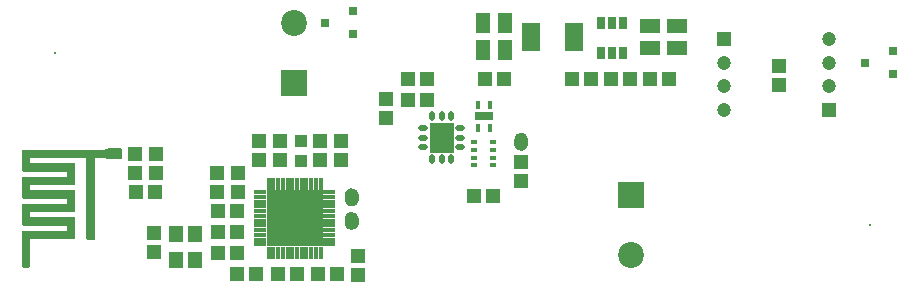
<source format=gts>
G04*
G04 #@! TF.GenerationSoftware,Altium Limited,Altium Designer,24.7.2 (38)*
G04*
G04 Layer_Color=8388736*
%FSLAX44Y44*%
%MOMM*%
G71*
G04*
G04 #@! TF.SameCoordinates,5F2224E1-EEEE-49E5-A837-5A6DF9339696*
G04*
G04*
G04 #@! TF.FilePolarity,Negative*
G04*
G01*
G75*
%ADD16R,0.5000X0.3500*%
%ADD21R,1.0000X0.2540*%
G04:AMPARAMS|DCode=22|XSize=1.1mm|YSize=0.6mm|CornerRadius=0.051mm|HoleSize=0mm|Usage=FLASHONLY|Rotation=90.000|XOffset=0mm|YOffset=0mm|HoleType=Round|Shape=RoundedRectangle|*
%AMROUNDEDRECTD22*
21,1,1.1000,0.4980,0,0,90.0*
21,1,0.9980,0.6000,0,0,90.0*
1,1,0.1020,0.2490,0.4990*
1,1,0.1020,0.2490,-0.4990*
1,1,0.1020,-0.2490,-0.4990*
1,1,0.1020,-0.2490,0.4990*
%
%ADD22ROUNDEDRECTD22*%
%ADD26R,0.8000X0.8000*%
%ADD27R,1.1500X1.4000*%
%ADD29R,1.0000X1.0000*%
%ADD32R,1.5000X2.4000*%
%ADD34C,0.6096*%
%ADD35C,0.1500*%
%ADD36R,0.3500X0.6500*%
%ADD37R,0.3500X0.6500*%
%ADD38R,0.3500X0.6500*%
%ADD39R,1.2032X1.2532*%
%ADD40R,1.2532X1.2032*%
%ADD41O,0.8532X0.5032*%
%ADD42O,0.5032X0.8532*%
%ADD43R,2.0032X2.5032*%
%ADD44R,1.6000X0.7000*%
%ADD45O,1.0532X0.4032*%
%ADD46O,0.4032X1.0532*%
%ADD47R,4.8032X4.8032*%
%ADD48R,1.2032X1.1532*%
%ADD49R,1.1532X1.2032*%
%ADD50R,1.7032X1.3032*%
%ADD51R,1.3032X1.7032*%
%ADD52R,2.1982X2.1982*%
%ADD53C,2.1982*%
%ADD54C,0.2032*%
%ADD55R,1.2000X1.2000*%
%ADD56C,1.2000*%
G36*
X1429841Y1133702D02*
X1429875Y1133702D01*
X1429907Y1133697D01*
X1429941Y1133694D01*
X1430633Y1133590D01*
X1430666Y1133582D01*
X1430699Y1133577D01*
X1430731Y1133568D01*
X1430763Y1133561D01*
X1430795Y1133550D01*
X1430827Y1133541D01*
X1431486Y1133303D01*
X1431516Y1133290D01*
X1431548Y1133279D01*
X1431577Y1133263D01*
X1431608Y1133250D01*
X1431636Y1133233D01*
X1431666Y1133217D01*
X1432265Y1132856D01*
X1432293Y1132837D01*
X1432321Y1132820D01*
X1432348Y1132799D01*
X1432375Y1132780D01*
X1432400Y1132757D01*
X1432426Y1132737D01*
X1432943Y1132265D01*
X1432966Y1132241D01*
X1432991Y1132219D01*
X1433013Y1132193D01*
X1433036Y1132169D01*
X1433055Y1132142D01*
X1433077Y1132117D01*
X1433493Y1131553D01*
X1433511Y1131525D01*
X1433530Y1131498D01*
X1433546Y1131470D01*
X1433565Y1131441D01*
X1433579Y1131411D01*
X1433595Y1131382D01*
X1433893Y1130748D01*
X1433905Y1130717D01*
X1433919Y1130687D01*
X1433929Y1130655D01*
X1433941Y1130624D01*
X1433949Y1130592D01*
X1433959Y1130560D01*
X1434044Y1130220D01*
X1434054Y1130165D01*
X1434065Y1130108D01*
X1434065Y1130105D01*
X1434066Y1130102D01*
X1434066Y1130096D01*
X1434067Y1130089D01*
X1434070Y1130032D01*
X1434073Y1129976D01*
Y1129976D01*
X1434073Y1129972D01*
X1434073Y1129969D01*
X1434073Y1129963D01*
X1434073Y1129956D01*
X1434068Y1129899D01*
X1434065Y1129843D01*
X1434064Y1129839D01*
X1434064Y1129836D01*
X1434063Y1129830D01*
X1434062Y1129824D01*
X1434050Y1129768D01*
X1434039Y1129712D01*
X1434038Y1129709D01*
X1434037Y1129706D01*
X1434035Y1129700D01*
X1434034Y1129693D01*
X1434014Y1129640D01*
X1433996Y1129586D01*
X1433994Y1129583D01*
X1433994Y1129580D01*
X1433991Y1129574D01*
X1433988Y1129568D01*
X1433962Y1129517D01*
X1433937Y1129466D01*
X1433935Y1129464D01*
X1433934Y1129461D01*
X1433930Y1129456D01*
X1433927Y1129450D01*
X1433894Y1129402D01*
X1433863Y1129356D01*
X1433861Y1129353D01*
X1433859Y1129351D01*
X1433855Y1129346D01*
X1433851Y1129341D01*
X1433813Y1129298D01*
X1433775Y1129256D01*
X1433773Y1129253D01*
X1433771Y1129251D01*
X1433766Y1129247D01*
X1433762Y1129242D01*
X1433718Y1129205D01*
X1433675Y1129168D01*
X1433672Y1129166D01*
X1433670Y1129164D01*
X1433429Y1128981D01*
X1433401Y1128963D01*
X1433374Y1128943D01*
X1433345Y1128926D01*
X1433318Y1128908D01*
X1433288Y1128893D01*
X1433259Y1128877D01*
X1432714Y1128612D01*
X1432683Y1128600D01*
X1432653Y1128585D01*
X1432621Y1128575D01*
X1432591Y1128562D01*
X1432559Y1128554D01*
X1432527Y1128543D01*
X1431941Y1128390D01*
X1431908Y1128384D01*
X1431876Y1128375D01*
X1431843Y1128371D01*
X1431810Y1128365D01*
X1431777Y1128363D01*
X1431744Y1128359D01*
X1431140Y1128323D01*
X1431106Y1128323D01*
X1431073Y1128322D01*
X1431040Y1128324D01*
X1431006Y1128324D01*
X1430973Y1128329D01*
X1430940Y1128331D01*
X1430341Y1128414D01*
X1430308Y1128421D01*
X1430275Y1128425D01*
X1430243Y1128434D01*
X1430210Y1128441D01*
X1430178Y1128452D01*
X1430146Y1128460D01*
X1429574Y1128659D01*
X1429544Y1128672D01*
X1429512Y1128682D01*
X1429482Y1128697D01*
X1429452Y1128710D01*
X1429423Y1128727D01*
X1429393Y1128742D01*
X1428871Y1129048D01*
X1428843Y1129067D01*
X1428814Y1129084D01*
X1428788Y1129104D01*
X1428761Y1129123D01*
X1428750Y1129132D01*
X1428740Y1129123D01*
X1428712Y1129104D01*
X1428686Y1129084D01*
X1428657Y1129067D01*
X1428629Y1129048D01*
X1428107Y1128742D01*
X1428077Y1128727D01*
X1428049Y1128710D01*
X1428018Y1128698D01*
X1427988Y1128682D01*
X1427956Y1128671D01*
X1427926Y1128659D01*
X1427354Y1128460D01*
X1427322Y1128452D01*
X1427290Y1128441D01*
X1427257Y1128434D01*
X1427225Y1128425D01*
X1427192Y1128421D01*
X1427160Y1128414D01*
X1426560Y1128331D01*
X1426527Y1128329D01*
X1426494Y1128324D01*
X1426460Y1128324D01*
X1426427Y1128322D01*
X1426394Y1128323D01*
X1426361Y1128323D01*
X1425756Y1128359D01*
X1425723Y1128363D01*
X1425690Y1128365D01*
X1425657Y1128371D01*
X1425624Y1128376D01*
X1425592Y1128384D01*
X1425559Y1128390D01*
X1424973Y1128543D01*
X1424942Y1128554D01*
X1424909Y1128562D01*
X1424879Y1128575D01*
X1424847Y1128585D01*
X1424817Y1128600D01*
X1424786Y1128612D01*
X1424241Y1128877D01*
X1424212Y1128893D01*
X1424182Y1128908D01*
X1424155Y1128926D01*
X1424126Y1128943D01*
X1424099Y1128963D01*
X1424071Y1128981D01*
X1423830Y1129164D01*
X1423828Y1129166D01*
X1423825Y1129168D01*
X1423782Y1129205D01*
X1423738Y1129242D01*
X1423734Y1129247D01*
X1423729Y1129251D01*
X1423728Y1129253D01*
X1423725Y1129256D01*
X1423687Y1129298D01*
X1423649Y1129341D01*
X1423645Y1129346D01*
X1423641Y1129351D01*
X1423639Y1129353D01*
X1423637Y1129356D01*
X1423605Y1129403D01*
X1423573Y1129450D01*
X1423569Y1129456D01*
X1423566Y1129461D01*
X1423565Y1129463D01*
X1423563Y1129466D01*
X1423537Y1129518D01*
X1423512Y1129568D01*
X1423509Y1129575D01*
X1423507Y1129580D01*
X1423506Y1129582D01*
X1423504Y1129586D01*
X1423486Y1129640D01*
X1423466Y1129694D01*
X1423465Y1129700D01*
X1423463Y1129706D01*
X1423462Y1129708D01*
X1423461Y1129712D01*
X1423450Y1129767D01*
X1423438Y1129824D01*
X1423437Y1129831D01*
X1423436Y1129836D01*
X1423436Y1129839D01*
X1423435Y1129843D01*
X1423432Y1129899D01*
X1423427Y1129956D01*
X1423427Y1129963D01*
X1423427Y1129969D01*
X1423427Y1129972D01*
X1423427Y1129976D01*
X1423430Y1130033D01*
X1423433Y1130089D01*
X1423434Y1130096D01*
X1423434Y1130102D01*
X1423435Y1130105D01*
X1423435Y1130108D01*
X1423446Y1130165D01*
X1423456Y1130220D01*
X1423541Y1130560D01*
X1423551Y1130592D01*
X1423559Y1130624D01*
X1423571Y1130655D01*
X1423581Y1130687D01*
X1423595Y1130717D01*
X1423607Y1130748D01*
X1423905Y1131382D01*
X1423921Y1131411D01*
X1423936Y1131441D01*
X1423954Y1131469D01*
X1423970Y1131499D01*
X1423990Y1131525D01*
X1424008Y1131553D01*
X1424423Y1132117D01*
X1424445Y1132142D01*
X1424465Y1132169D01*
X1424488Y1132193D01*
X1424509Y1132219D01*
X1424534Y1132241D01*
X1424557Y1132265D01*
X1425075Y1132737D01*
X1425101Y1132757D01*
X1425125Y1132780D01*
X1425153Y1132799D01*
X1425179Y1132820D01*
X1425207Y1132837D01*
X1425235Y1132856D01*
X1425834Y1133217D01*
X1425864Y1133232D01*
X1425892Y1133250D01*
X1425923Y1133263D01*
X1425953Y1133278D01*
X1425984Y1133290D01*
X1426015Y1133303D01*
X1426673Y1133540D01*
X1426705Y1133549D01*
X1426737Y1133561D01*
X1426769Y1133568D01*
X1426801Y1133577D01*
X1426834Y1133582D01*
X1426867Y1133589D01*
X1427559Y1133694D01*
X1427592Y1133697D01*
X1427625Y1133701D01*
X1427659Y1133702D01*
X1427692Y1133705D01*
X1427725Y1133703D01*
X1427758Y1133704D01*
X1428458Y1133671D01*
X1428491Y1133668D01*
X1428524Y1133666D01*
X1428557Y1133660D01*
X1428590Y1133656D01*
X1428622Y1133648D01*
X1428655Y1133642D01*
X1428750Y1133619D01*
X1428845Y1133643D01*
X1428877Y1133648D01*
X1428910Y1133656D01*
X1428943Y1133660D01*
X1428976Y1133666D01*
X1429009Y1133668D01*
X1429042Y1133671D01*
X1429742Y1133704D01*
X1429775Y1133704D01*
X1429808Y1133705D01*
X1429841Y1133702D01*
D02*
G37*
G36*
X1431106Y1124657D02*
X1431140Y1124657D01*
X1431744Y1124621D01*
X1431777Y1124617D01*
X1431810Y1124615D01*
X1431843Y1124609D01*
X1431876Y1124605D01*
X1431908Y1124596D01*
X1431941Y1124590D01*
X1432527Y1124437D01*
X1432558Y1124426D01*
X1432591Y1124418D01*
X1432621Y1124405D01*
X1432653Y1124395D01*
X1432683Y1124380D01*
X1432714Y1124368D01*
X1433259Y1124103D01*
X1433288Y1124087D01*
X1433318Y1124072D01*
X1433346Y1124054D01*
X1433374Y1124037D01*
X1433401Y1124017D01*
X1433429Y1123999D01*
X1433670Y1123816D01*
X1433672Y1123814D01*
X1433675Y1123812D01*
X1433718Y1123774D01*
X1433762Y1123738D01*
X1433766Y1123733D01*
X1433771Y1123729D01*
X1433773Y1123727D01*
X1433775Y1123725D01*
X1433813Y1123681D01*
X1433851Y1123639D01*
X1433855Y1123634D01*
X1433859Y1123629D01*
X1433861Y1123627D01*
X1433863Y1123624D01*
X1433895Y1123577D01*
X1433927Y1123530D01*
X1433930Y1123524D01*
X1433934Y1123519D01*
X1433936Y1123516D01*
X1433937Y1123514D01*
X1433963Y1123462D01*
X1433988Y1123412D01*
X1433991Y1123406D01*
X1433994Y1123400D01*
X1433995Y1123397D01*
X1433996Y1123394D01*
X1434015Y1123339D01*
X1434034Y1123287D01*
X1434035Y1123280D01*
X1434037Y1123274D01*
X1434038Y1123271D01*
X1434039Y1123268D01*
X1434050Y1123212D01*
X1434062Y1123156D01*
X1434063Y1123150D01*
X1434064Y1123144D01*
X1434064Y1123140D01*
X1434065Y1123137D01*
X1434069Y1123081D01*
X1434073Y1123024D01*
X1434073Y1123017D01*
X1434073Y1123011D01*
X1434073Y1123008D01*
X1434073Y1123005D01*
Y1123005D01*
X1434070Y1122947D01*
X1434067Y1122891D01*
X1434066Y1122884D01*
X1434066Y1122878D01*
X1434065Y1122875D01*
X1434065Y1122872D01*
X1434054Y1122815D01*
X1434044Y1122759D01*
X1433959Y1122420D01*
X1433949Y1122388D01*
X1433941Y1122356D01*
X1433929Y1122325D01*
X1433919Y1122293D01*
X1433905Y1122263D01*
X1433893Y1122232D01*
X1433595Y1121598D01*
X1433578Y1121569D01*
X1433564Y1121539D01*
X1433546Y1121511D01*
X1433530Y1121481D01*
X1433510Y1121455D01*
X1433493Y1121426D01*
X1433077Y1120863D01*
X1433055Y1120838D01*
X1433035Y1120811D01*
X1433012Y1120787D01*
X1432991Y1120761D01*
X1432966Y1120739D01*
X1432943Y1120715D01*
X1432426Y1120244D01*
X1432399Y1120223D01*
X1432375Y1120200D01*
X1432347Y1120181D01*
X1432321Y1120160D01*
X1432293Y1120143D01*
X1432265Y1120124D01*
X1431666Y1119763D01*
X1431636Y1119747D01*
X1431608Y1119730D01*
X1431577Y1119717D01*
X1431548Y1119702D01*
X1431516Y1119690D01*
X1431485Y1119677D01*
X1430827Y1119440D01*
X1430795Y1119430D01*
X1430764Y1119419D01*
X1430731Y1119412D01*
X1430699Y1119403D01*
X1430666Y1119398D01*
X1430633Y1119391D01*
X1429941Y1119286D01*
X1429908Y1119283D01*
X1429875Y1119278D01*
X1429842Y1119278D01*
X1429808Y1119275D01*
X1429775Y1119277D01*
X1429742Y1119276D01*
X1429042Y1119309D01*
X1429009Y1119312D01*
X1428976Y1119314D01*
X1428943Y1119320D01*
X1428910Y1119324D01*
X1428878Y1119332D01*
X1428845Y1119337D01*
X1428750Y1119361D01*
X1428655Y1119337D01*
X1428622Y1119332D01*
X1428590Y1119324D01*
X1428557Y1119320D01*
X1428524Y1119314D01*
X1428491Y1119313D01*
X1428458Y1119309D01*
X1427758Y1119276D01*
X1427725Y1119277D01*
X1427692Y1119275D01*
X1427659Y1119278D01*
X1427625Y1119278D01*
X1427592Y1119284D01*
X1427559Y1119286D01*
X1426867Y1119391D01*
X1426834Y1119398D01*
X1426801Y1119403D01*
X1426769Y1119412D01*
X1426737Y1119419D01*
X1426705Y1119430D01*
X1426673Y1119440D01*
X1426015Y1119677D01*
X1425984Y1119690D01*
X1425953Y1119702D01*
X1425923Y1119717D01*
X1425893Y1119730D01*
X1425864Y1119748D01*
X1425835Y1119763D01*
X1425235Y1120124D01*
X1425208Y1120143D01*
X1425179Y1120160D01*
X1425153Y1120181D01*
X1425125Y1120200D01*
X1425101Y1120223D01*
X1425075Y1120244D01*
X1424557Y1120715D01*
X1424534Y1120739D01*
X1424509Y1120761D01*
X1424488Y1120787D01*
X1424465Y1120811D01*
X1424445Y1120838D01*
X1424423Y1120863D01*
X1424008Y1121426D01*
X1423990Y1121454D01*
X1423970Y1121481D01*
X1423954Y1121510D01*
X1423936Y1121538D01*
X1423922Y1121569D01*
X1423905Y1121598D01*
X1423608Y1122232D01*
X1423595Y1122262D01*
X1423581Y1122293D01*
X1423571Y1122325D01*
X1423559Y1122355D01*
X1423551Y1122388D01*
X1423541Y1122420D01*
X1423460Y1122747D01*
X1423459Y1122747D01*
X1423459Y1122748D01*
X1423457Y1122759D01*
X1423448Y1122807D01*
X1423437Y1122859D01*
X1423436Y1122868D01*
X1423434Y1122878D01*
X1423434Y1122885D01*
X1423433Y1122890D01*
X1423431Y1122938D01*
X1423427Y1122992D01*
X1423427Y1123001D01*
X1423427Y1123011D01*
X1423427Y1123018D01*
X1423427Y1123024D01*
X1423431Y1123071D01*
X1423434Y1123125D01*
X1423435Y1123134D01*
X1423436Y1123144D01*
X1423438Y1123151D01*
X1423438Y1123156D01*
X1423448Y1123202D01*
X1423458Y1123256D01*
X1423461Y1123265D01*
X1423463Y1123274D01*
X1423465Y1123281D01*
X1423466Y1123286D01*
X1423482Y1123330D01*
X1423499Y1123383D01*
X1423503Y1123391D01*
X1423506Y1123400D01*
X1423510Y1123407D01*
X1423512Y1123412D01*
X1423533Y1123453D01*
X1423557Y1123503D01*
X1423562Y1123511D01*
X1423566Y1123519D01*
X1423570Y1123525D01*
X1423573Y1123530D01*
X1423600Y1123569D01*
X1423629Y1123614D01*
X1423635Y1123622D01*
X1423641Y1123629D01*
X1423646Y1123635D01*
X1423649Y1123639D01*
X1423680Y1123674D01*
X1423716Y1123716D01*
X1423723Y1123722D01*
X1423729Y1123729D01*
X1423735Y1123734D01*
X1423739Y1123738D01*
X1423774Y1123768D01*
X1423815Y1123805D01*
X1423823Y1123810D01*
X1423830Y1123816D01*
X1424071Y1123999D01*
X1424099Y1124017D01*
X1424126Y1124037D01*
X1424155Y1124054D01*
X1424182Y1124072D01*
X1424212Y1124087D01*
X1424241Y1124103D01*
X1424786Y1124368D01*
X1424817Y1124380D01*
X1424847Y1124395D01*
X1424878Y1124405D01*
X1424909Y1124418D01*
X1424942Y1124426D01*
X1424973Y1124437D01*
X1425559Y1124590D01*
X1425592Y1124596D01*
X1425624Y1124604D01*
X1425657Y1124609D01*
X1425690Y1124615D01*
X1425723Y1124617D01*
X1425756Y1124621D01*
X1426360Y1124657D01*
X1426394Y1124657D01*
X1426427Y1124659D01*
X1426460Y1124656D01*
X1426494Y1124656D01*
X1426527Y1124651D01*
X1426560Y1124649D01*
X1427160Y1124566D01*
X1427192Y1124559D01*
X1427225Y1124555D01*
X1427258Y1124546D01*
X1427290Y1124539D01*
X1427322Y1124529D01*
X1427354Y1124520D01*
X1427926Y1124321D01*
X1427957Y1124308D01*
X1427988Y1124297D01*
X1428018Y1124283D01*
X1428049Y1124270D01*
X1428077Y1124253D01*
X1428107Y1124238D01*
X1428629Y1123932D01*
X1428657Y1123913D01*
X1428686Y1123896D01*
X1428712Y1123876D01*
X1428740Y1123857D01*
X1428750Y1123848D01*
X1428760Y1123857D01*
X1428788Y1123876D01*
X1428814Y1123896D01*
X1428843Y1123913D01*
X1428871Y1123932D01*
X1429393Y1124238D01*
X1429422Y1124253D01*
X1429451Y1124270D01*
X1429482Y1124283D01*
X1429512Y1124298D01*
X1429543Y1124308D01*
X1429574Y1124322D01*
X1430146Y1124520D01*
X1430179Y1124529D01*
X1430210Y1124539D01*
X1430242Y1124546D01*
X1430275Y1124555D01*
X1430308Y1124560D01*
X1430340Y1124566D01*
X1430940Y1124649D01*
X1430973Y1124651D01*
X1431006Y1124656D01*
X1431040Y1124656D01*
X1431073Y1124659D01*
X1431106Y1124657D01*
D02*
G37*
G36*
X1089793Y1121022D02*
X1089923Y1120996D01*
X1090050Y1120954D01*
X1090169Y1120895D01*
X1090280Y1120821D01*
X1090380Y1120733D01*
X1090468Y1120633D01*
X1090542Y1120522D01*
X1090601Y1120403D01*
X1090643Y1120276D01*
X1090669Y1120146D01*
X1090678Y1120013D01*
Y1112672D01*
X1090669Y1112540D01*
X1090643Y1112409D01*
X1090601Y1112283D01*
X1090542Y1112163D01*
X1090468Y1112053D01*
X1090380Y1111952D01*
X1090280Y1111865D01*
X1090169Y1111791D01*
X1090050Y1111732D01*
X1089923Y1111689D01*
X1089793Y1111663D01*
X1089660Y1111654D01*
X1081046D01*
X1081028Y1111655D01*
X1081009Y1111655D01*
X1080961Y1111660D01*
X1080913Y1111663D01*
X1080895Y1111667D01*
X1080877Y1111668D01*
X1074335Y1112773D01*
X1067937D01*
X1067818Y1044446D01*
X1067814Y1044379D01*
X1067810Y1044315D01*
X1067809Y1044314D01*
X1067809Y1044313D01*
X1067796Y1044248D01*
X1067784Y1044184D01*
X1067783Y1044184D01*
X1067783Y1044183D01*
X1067763Y1044123D01*
X1067741Y1044058D01*
X1067740Y1044057D01*
X1067740Y1044057D01*
X1067713Y1044002D01*
X1067682Y1043939D01*
X1067681Y1043938D01*
X1067681Y1043937D01*
X1067648Y1043888D01*
X1067608Y1043828D01*
X1067607Y1043827D01*
X1067607Y1043827D01*
X1067566Y1043780D01*
X1067520Y1043728D01*
X1067519Y1043727D01*
X1067519Y1043727D01*
X1067469Y1043684D01*
X1067420Y1043640D01*
X1067419Y1043640D01*
X1067418Y1043639D01*
X1067362Y1043602D01*
X1067309Y1043566D01*
X1067308Y1043566D01*
X1067308Y1043565D01*
X1067243Y1043533D01*
X1067190Y1043507D01*
X1067189Y1043507D01*
X1067188Y1043507D01*
X1067122Y1043484D01*
X1067064Y1043465D01*
X1067063Y1043464D01*
X1067062Y1043464D01*
X1066997Y1043451D01*
X1066933Y1043438D01*
X1066932Y1043438D01*
X1066931Y1043438D01*
X1066865Y1043434D01*
X1066800Y1043430D01*
X1061720D01*
X1061587Y1043438D01*
X1061457Y1043465D01*
X1061330Y1043507D01*
X1061211Y1043566D01*
X1061100Y1043640D01*
X1061000Y1043728D01*
X1060912Y1043828D01*
X1060838Y1043939D01*
X1060779Y1044058D01*
X1060736Y1044184D01*
X1060711Y1044315D01*
X1060702Y1044448D01*
Y1112773D01*
X1013208D01*
Y1108458D01*
X1050290D01*
X1050423Y1108449D01*
X1050554Y1108423D01*
X1050680Y1108381D01*
X1050799Y1108322D01*
X1050910Y1108248D01*
X1051010Y1108160D01*
X1051098Y1108060D01*
X1051172Y1107949D01*
X1051231Y1107830D01*
X1051273Y1107703D01*
X1051300Y1107573D01*
X1051308Y1107440D01*
Y1090930D01*
X1051300Y1090797D01*
X1051273Y1090667D01*
X1051231Y1090540D01*
X1051172Y1090421D01*
X1051098Y1090310D01*
X1051010Y1090210D01*
X1050910Y1090122D01*
X1050799Y1090048D01*
X1050680Y1089989D01*
X1050554Y1089947D01*
X1050423Y1089921D01*
X1050290Y1089912D01*
X1013208D01*
Y1085603D01*
X1050290D01*
X1050423Y1085594D01*
X1050554Y1085568D01*
X1050680Y1085525D01*
X1050799Y1085466D01*
X1050910Y1085392D01*
X1051010Y1085304D01*
X1051098Y1085204D01*
X1051172Y1085094D01*
X1051231Y1084974D01*
X1051273Y1084848D01*
X1051300Y1084717D01*
X1051308Y1084585D01*
Y1068070D01*
X1051300Y1067937D01*
X1051273Y1067806D01*
X1051231Y1067680D01*
X1051172Y1067561D01*
X1051098Y1067450D01*
X1051010Y1067350D01*
X1050910Y1067262D01*
X1050799Y1067188D01*
X1050680Y1067129D01*
X1050554Y1067086D01*
X1050423Y1067060D01*
X1050290Y1067052D01*
X1013208D01*
Y1062738D01*
X1050290D01*
X1050423Y1062729D01*
X1050554Y1062703D01*
X1050680Y1062661D01*
X1050799Y1062602D01*
X1050910Y1062528D01*
X1051010Y1062440D01*
X1051098Y1062340D01*
X1051172Y1062229D01*
X1051231Y1062110D01*
X1051273Y1061983D01*
X1051300Y1061853D01*
X1051308Y1061720D01*
Y1045210D01*
X1051300Y1045077D01*
X1051273Y1044947D01*
X1051231Y1044820D01*
X1051172Y1044701D01*
X1051098Y1044590D01*
X1051010Y1044490D01*
X1050910Y1044402D01*
X1050799Y1044328D01*
X1050680Y1044269D01*
X1050554Y1044227D01*
X1050423Y1044201D01*
X1050290Y1044192D01*
X1013208D01*
Y1021080D01*
X1013199Y1020947D01*
X1013174Y1020816D01*
X1013131Y1020690D01*
X1013072Y1020571D01*
X1012998Y1020460D01*
X1012910Y1020360D01*
X1012810Y1020272D01*
X1012699Y1020198D01*
X1012580Y1020139D01*
X1012454Y1020097D01*
X1012323Y1020070D01*
X1012190Y1020062D01*
X1007110D01*
X1006977Y1020070D01*
X1006846Y1020097D01*
X1006720Y1020139D01*
X1006601Y1020198D01*
X1006490Y1020272D01*
X1006390Y1020360D01*
X1006302Y1020460D01*
X1006228Y1020571D01*
X1006169Y1020690D01*
X1006126Y1020816D01*
X1006100Y1020947D01*
X1006092Y1021080D01*
Y1050290D01*
X1006100Y1050423D01*
X1006126Y1050554D01*
X1006169Y1050680D01*
X1006228Y1050799D01*
X1006302Y1050910D01*
X1006390Y1051010D01*
X1006490Y1051098D01*
X1006601Y1051172D01*
X1006720Y1051231D01*
X1006846Y1051273D01*
X1006977Y1051300D01*
X1007110Y1051308D01*
X1044192D01*
Y1055548D01*
X1007108Y1055622D01*
X1007045Y1055626D01*
X1006977Y1055630D01*
X1006976Y1055631D01*
X1006975Y1055631D01*
X1006916Y1055643D01*
X1006846Y1055657D01*
X1006845Y1055657D01*
X1006844Y1055657D01*
X1006786Y1055677D01*
X1006720Y1055699D01*
X1006719Y1055700D01*
X1006719Y1055700D01*
X1006661Y1055729D01*
X1006601Y1055758D01*
X1006600Y1055759D01*
X1006599Y1055759D01*
X1006544Y1055796D01*
X1006490Y1055832D01*
X1006489Y1055833D01*
X1006488Y1055834D01*
X1006438Y1055878D01*
X1006390Y1055920D01*
X1006389Y1055921D01*
X1006389Y1055921D01*
X1006345Y1055971D01*
X1006302Y1056020D01*
X1006302Y1056021D01*
X1006301Y1056022D01*
X1006264Y1056078D01*
X1006228Y1056131D01*
X1006228Y1056132D01*
X1006227Y1056133D01*
X1006197Y1056195D01*
X1006169Y1056250D01*
X1006169Y1056251D01*
X1006169Y1056252D01*
X1006146Y1056320D01*
X1006126Y1056376D01*
X1006126Y1056377D01*
X1006126Y1056378D01*
X1006113Y1056444D01*
X1006100Y1056507D01*
X1006100Y1056508D01*
X1006100Y1056509D01*
X1006096Y1056573D01*
X1006092Y1056640D01*
Y1073150D01*
X1006100Y1073283D01*
X1006126Y1073413D01*
X1006169Y1073540D01*
X1006228Y1073659D01*
X1006302Y1073770D01*
X1006390Y1073870D01*
X1006490Y1073958D01*
X1006601Y1074032D01*
X1006720Y1074091D01*
X1006846Y1074134D01*
X1006977Y1074159D01*
X1007110Y1074168D01*
X1044192D01*
Y1078486D01*
X1007110D01*
X1006977Y1078495D01*
X1006846Y1078521D01*
X1006720Y1078564D01*
X1006601Y1078623D01*
X1006490Y1078697D01*
X1006390Y1078784D01*
X1006302Y1078885D01*
X1006228Y1078995D01*
X1006169Y1079115D01*
X1006126Y1079241D01*
X1006100Y1079372D01*
X1006092Y1079504D01*
Y1096010D01*
X1006100Y1096143D01*
X1006126Y1096273D01*
X1006169Y1096400D01*
X1006228Y1096519D01*
X1006302Y1096630D01*
X1006390Y1096730D01*
X1006490Y1096818D01*
X1006601Y1096892D01*
X1006720Y1096951D01*
X1006846Y1096993D01*
X1006977Y1097020D01*
X1007110Y1097028D01*
X1044192D01*
Y1101342D01*
X1007110D01*
X1006977Y1101350D01*
X1006846Y1101376D01*
X1006720Y1101419D01*
X1006601Y1101478D01*
X1006490Y1101552D01*
X1006390Y1101640D01*
X1006302Y1101740D01*
X1006228Y1101851D01*
X1006169Y1101970D01*
X1006126Y1102096D01*
X1006100Y1102227D01*
X1006092Y1102360D01*
Y1118872D01*
X1006100Y1119005D01*
X1006126Y1119135D01*
X1006169Y1119261D01*
X1006228Y1119381D01*
X1006302Y1119492D01*
X1006390Y1119592D01*
X1006490Y1119679D01*
X1006601Y1119753D01*
X1006720Y1119812D01*
X1006846Y1119855D01*
X1006977Y1119881D01*
X1007110Y1119890D01*
X1074333D01*
X1080906Y1121017D01*
X1080925Y1121019D01*
X1080945Y1121022D01*
X1080991Y1121025D01*
X1081038Y1121030D01*
X1081058Y1121030D01*
X1081078Y1121031D01*
X1089660D01*
X1089793Y1121022D01*
D02*
G37*
G36*
X1286331Y1086712D02*
X1286365Y1086712D01*
X1286397Y1086707D01*
X1286431Y1086704D01*
X1287123Y1086600D01*
X1287156Y1086592D01*
X1287189Y1086587D01*
X1287221Y1086578D01*
X1287253Y1086571D01*
X1287285Y1086560D01*
X1287317Y1086551D01*
X1287976Y1086313D01*
X1288006Y1086300D01*
X1288038Y1086289D01*
X1288067Y1086273D01*
X1288098Y1086260D01*
X1288126Y1086243D01*
X1288156Y1086227D01*
X1288755Y1085866D01*
X1288783Y1085847D01*
X1288811Y1085830D01*
X1288837Y1085809D01*
X1288865Y1085790D01*
X1288890Y1085767D01*
X1288916Y1085747D01*
X1289433Y1085275D01*
X1289456Y1085251D01*
X1289481Y1085229D01*
X1289503Y1085203D01*
X1289526Y1085179D01*
X1289545Y1085153D01*
X1289567Y1085127D01*
X1289983Y1084564D01*
X1290001Y1084535D01*
X1290020Y1084509D01*
X1290036Y1084480D01*
X1290055Y1084451D01*
X1290069Y1084421D01*
X1290085Y1084392D01*
X1290383Y1083758D01*
X1290395Y1083727D01*
X1290409Y1083697D01*
X1290419Y1083665D01*
X1290431Y1083634D01*
X1290439Y1083602D01*
X1290449Y1083570D01*
X1290534Y1083230D01*
X1290544Y1083175D01*
X1290555Y1083118D01*
X1290555Y1083115D01*
X1290556Y1083112D01*
X1290556Y1083106D01*
X1290557Y1083099D01*
X1290560Y1083042D01*
X1290564Y1082986D01*
Y1082986D01*
X1290563Y1082982D01*
X1290564Y1082979D01*
X1290563Y1082973D01*
X1290563Y1082966D01*
X1290558Y1082909D01*
X1290555Y1082853D01*
X1290554Y1082849D01*
X1290554Y1082846D01*
X1290553Y1082840D01*
X1290552Y1082833D01*
X1290540Y1082778D01*
X1290529Y1082722D01*
X1290528Y1082719D01*
X1290527Y1082716D01*
X1290525Y1082710D01*
X1290524Y1082703D01*
X1290504Y1082650D01*
X1290486Y1082596D01*
X1290484Y1082593D01*
X1290484Y1082590D01*
X1290481Y1082584D01*
X1290479Y1082578D01*
X1290452Y1082527D01*
X1290427Y1082476D01*
X1290425Y1082474D01*
X1290424Y1082471D01*
X1290420Y1082466D01*
X1290417Y1082460D01*
X1290384Y1082412D01*
X1290353Y1082366D01*
X1290351Y1082363D01*
X1290349Y1082361D01*
X1290345Y1082356D01*
X1290341Y1082350D01*
X1290303Y1082308D01*
X1290265Y1082265D01*
X1290263Y1082263D01*
X1290261Y1082261D01*
X1290256Y1082257D01*
X1290252Y1082252D01*
X1290208Y1082215D01*
X1290165Y1082178D01*
X1290162Y1082176D01*
X1290160Y1082174D01*
X1289919Y1081991D01*
X1289891Y1081973D01*
X1289864Y1081953D01*
X1289836Y1081936D01*
X1289808Y1081918D01*
X1289778Y1081903D01*
X1289749Y1081887D01*
X1289204Y1081622D01*
X1289173Y1081610D01*
X1289143Y1081595D01*
X1289111Y1081585D01*
X1289081Y1081572D01*
X1289049Y1081564D01*
X1289017Y1081553D01*
X1288431Y1081400D01*
X1288398Y1081394D01*
X1288366Y1081385D01*
X1288333Y1081381D01*
X1288300Y1081375D01*
X1288267Y1081373D01*
X1288234Y1081369D01*
X1287630Y1081333D01*
X1287596Y1081333D01*
X1287563Y1081331D01*
X1287530Y1081334D01*
X1287496Y1081334D01*
X1287463Y1081339D01*
X1287430Y1081341D01*
X1286830Y1081424D01*
X1286798Y1081431D01*
X1286765Y1081435D01*
X1286733Y1081444D01*
X1286700Y1081451D01*
X1286668Y1081462D01*
X1286636Y1081470D01*
X1286064Y1081669D01*
X1286034Y1081682D01*
X1286002Y1081693D01*
X1285972Y1081707D01*
X1285942Y1081720D01*
X1285913Y1081737D01*
X1285883Y1081752D01*
X1285361Y1082058D01*
X1285333Y1082077D01*
X1285304Y1082094D01*
X1285278Y1082114D01*
X1285251Y1082133D01*
X1285240Y1082142D01*
X1285230Y1082133D01*
X1285202Y1082114D01*
X1285176Y1082094D01*
X1285147Y1082077D01*
X1285119Y1082058D01*
X1284597Y1081752D01*
X1284567Y1081737D01*
X1284539Y1081720D01*
X1284508Y1081708D01*
X1284478Y1081693D01*
X1284446Y1081682D01*
X1284416Y1081669D01*
X1283844Y1081470D01*
X1283812Y1081462D01*
X1283780Y1081451D01*
X1283747Y1081444D01*
X1283715Y1081435D01*
X1283682Y1081431D01*
X1283650Y1081424D01*
X1283050Y1081341D01*
X1283017Y1081339D01*
X1282984Y1081334D01*
X1282950Y1081334D01*
X1282917Y1081331D01*
X1282884Y1081333D01*
X1282851Y1081333D01*
X1282246Y1081369D01*
X1282213Y1081373D01*
X1282180Y1081375D01*
X1282147Y1081381D01*
X1282114Y1081386D01*
X1282082Y1081394D01*
X1282049Y1081400D01*
X1281463Y1081553D01*
X1281432Y1081564D01*
X1281399Y1081572D01*
X1281369Y1081585D01*
X1281337Y1081595D01*
X1281307Y1081610D01*
X1281276Y1081622D01*
X1280732Y1081887D01*
X1280703Y1081903D01*
X1280672Y1081918D01*
X1280645Y1081936D01*
X1280616Y1081953D01*
X1280589Y1081973D01*
X1280561Y1081991D01*
X1280320Y1082174D01*
X1280318Y1082176D01*
X1280315Y1082178D01*
X1280272Y1082215D01*
X1280228Y1082252D01*
X1280224Y1082257D01*
X1280219Y1082261D01*
X1280218Y1082263D01*
X1280215Y1082265D01*
X1280177Y1082308D01*
X1280139Y1082351D01*
X1280135Y1082356D01*
X1280131Y1082361D01*
X1280129Y1082363D01*
X1280127Y1082366D01*
X1280095Y1082413D01*
X1280063Y1082460D01*
X1280060Y1082466D01*
X1280056Y1082471D01*
X1280055Y1082473D01*
X1280053Y1082476D01*
X1280027Y1082528D01*
X1280002Y1082578D01*
X1279999Y1082585D01*
X1279997Y1082590D01*
X1279996Y1082592D01*
X1279994Y1082596D01*
X1279976Y1082650D01*
X1279956Y1082703D01*
X1279955Y1082710D01*
X1279953Y1082716D01*
X1279952Y1082718D01*
X1279951Y1082722D01*
X1279940Y1082777D01*
X1279928Y1082834D01*
X1279927Y1082841D01*
X1279926Y1082846D01*
X1279926Y1082849D01*
X1279925Y1082853D01*
X1279921Y1082909D01*
X1279917Y1082966D01*
X1279917Y1082973D01*
X1279917Y1082979D01*
X1279917Y1082982D01*
X1279917Y1082986D01*
X1279920Y1083043D01*
X1279923Y1083099D01*
X1279924Y1083106D01*
X1279924Y1083112D01*
X1279925Y1083114D01*
X1279925Y1083118D01*
X1279936Y1083175D01*
X1279946Y1083230D01*
X1280031Y1083570D01*
X1280041Y1083602D01*
X1280049Y1083634D01*
X1280061Y1083665D01*
X1280071Y1083697D01*
X1280085Y1083727D01*
X1280097Y1083758D01*
X1280395Y1084392D01*
X1280411Y1084421D01*
X1280426Y1084451D01*
X1280444Y1084480D01*
X1280460Y1084509D01*
X1280479Y1084536D01*
X1280497Y1084564D01*
X1280913Y1085127D01*
X1280935Y1085152D01*
X1280954Y1085179D01*
X1280978Y1085203D01*
X1280999Y1085229D01*
X1281024Y1085251D01*
X1281047Y1085275D01*
X1281565Y1085747D01*
X1281591Y1085767D01*
X1281615Y1085790D01*
X1281643Y1085809D01*
X1281669Y1085830D01*
X1281697Y1085847D01*
X1281725Y1085866D01*
X1282324Y1086227D01*
X1282354Y1086242D01*
X1282383Y1086260D01*
X1282413Y1086273D01*
X1282443Y1086288D01*
X1282474Y1086300D01*
X1282504Y1086313D01*
X1283163Y1086550D01*
X1283195Y1086560D01*
X1283227Y1086571D01*
X1283259Y1086578D01*
X1283291Y1086587D01*
X1283324Y1086592D01*
X1283357Y1086599D01*
X1284049Y1086704D01*
X1284082Y1086706D01*
X1284115Y1086712D01*
X1284149Y1086712D01*
X1284182Y1086715D01*
X1284215Y1086713D01*
X1284249Y1086714D01*
X1284948Y1086681D01*
X1284981Y1086677D01*
X1285014Y1086676D01*
X1285047Y1086670D01*
X1285080Y1086666D01*
X1285112Y1086658D01*
X1285145Y1086652D01*
X1285240Y1086629D01*
X1285335Y1086653D01*
X1285367Y1086658D01*
X1285400Y1086666D01*
X1285433Y1086670D01*
X1285466Y1086676D01*
X1285499Y1086678D01*
X1285532Y1086681D01*
X1286232Y1086714D01*
X1286265Y1086713D01*
X1286298Y1086715D01*
X1286331Y1086712D01*
D02*
G37*
G36*
X1287596Y1077667D02*
X1287630Y1077667D01*
X1288234Y1077631D01*
X1288267Y1077627D01*
X1288300Y1077625D01*
X1288333Y1077619D01*
X1288366Y1077615D01*
X1288398Y1077606D01*
X1288431Y1077600D01*
X1289017Y1077447D01*
X1289048Y1077436D01*
X1289081Y1077428D01*
X1289111Y1077415D01*
X1289143Y1077405D01*
X1289173Y1077390D01*
X1289204Y1077378D01*
X1289749Y1077113D01*
X1289778Y1077097D01*
X1289808Y1077082D01*
X1289836Y1077064D01*
X1289865Y1077047D01*
X1289891Y1077027D01*
X1289919Y1077009D01*
X1290160Y1076826D01*
X1290163Y1076824D01*
X1290165Y1076822D01*
X1290208Y1076785D01*
X1290252Y1076748D01*
X1290256Y1076743D01*
X1290261Y1076739D01*
X1290263Y1076737D01*
X1290265Y1076734D01*
X1290303Y1076691D01*
X1290341Y1076649D01*
X1290345Y1076644D01*
X1290349Y1076639D01*
X1290351Y1076637D01*
X1290353Y1076634D01*
X1290385Y1076587D01*
X1290417Y1076540D01*
X1290420Y1076534D01*
X1290424Y1076529D01*
X1290426Y1076526D01*
X1290427Y1076524D01*
X1290453Y1076472D01*
X1290479Y1076422D01*
X1290481Y1076416D01*
X1290484Y1076410D01*
X1290485Y1076407D01*
X1290486Y1076404D01*
X1290505Y1076349D01*
X1290524Y1076296D01*
X1290525Y1076290D01*
X1290527Y1076284D01*
X1290528Y1076281D01*
X1290529Y1076278D01*
X1290540Y1076222D01*
X1290552Y1076166D01*
X1290553Y1076160D01*
X1290554Y1076154D01*
X1290554Y1076150D01*
X1290555Y1076147D01*
X1290559Y1076091D01*
X1290563Y1076034D01*
X1290563Y1076027D01*
X1290564Y1076021D01*
X1290563Y1076018D01*
X1290564Y1076014D01*
Y1076014D01*
X1290560Y1075957D01*
X1290557Y1075901D01*
X1290556Y1075894D01*
X1290556Y1075888D01*
X1290555Y1075885D01*
X1290555Y1075882D01*
X1290544Y1075826D01*
X1290534Y1075770D01*
X1290449Y1075430D01*
X1290439Y1075398D01*
X1290431Y1075366D01*
X1290419Y1075335D01*
X1290409Y1075303D01*
X1290395Y1075273D01*
X1290383Y1075242D01*
X1290085Y1074608D01*
X1290069Y1074579D01*
X1290054Y1074549D01*
X1290036Y1074521D01*
X1290020Y1074491D01*
X1290000Y1074465D01*
X1289983Y1074436D01*
X1289567Y1073873D01*
X1289545Y1073848D01*
X1289525Y1073821D01*
X1289502Y1073797D01*
X1289481Y1073771D01*
X1289456Y1073749D01*
X1289433Y1073725D01*
X1288916Y1073253D01*
X1288889Y1073233D01*
X1288865Y1073210D01*
X1288837Y1073191D01*
X1288811Y1073170D01*
X1288783Y1073153D01*
X1288755Y1073134D01*
X1288156Y1072773D01*
X1288126Y1072757D01*
X1288098Y1072740D01*
X1288067Y1072727D01*
X1288038Y1072712D01*
X1288006Y1072701D01*
X1287975Y1072687D01*
X1287317Y1072450D01*
X1287285Y1072440D01*
X1287254Y1072429D01*
X1287221Y1072422D01*
X1287189Y1072413D01*
X1287156Y1072408D01*
X1287123Y1072401D01*
X1286431Y1072296D01*
X1286398Y1072293D01*
X1286365Y1072289D01*
X1286332Y1072288D01*
X1286298Y1072285D01*
X1286265Y1072287D01*
X1286232Y1072286D01*
X1285532Y1072319D01*
X1285499Y1072322D01*
X1285466Y1072324D01*
X1285433Y1072330D01*
X1285400Y1072334D01*
X1285368Y1072342D01*
X1285335Y1072347D01*
X1285240Y1072371D01*
X1285145Y1072347D01*
X1285112Y1072342D01*
X1285080Y1072334D01*
X1285047Y1072330D01*
X1285014Y1072324D01*
X1284981Y1072322D01*
X1284948Y1072319D01*
X1284249Y1072286D01*
X1284215Y1072287D01*
X1284182Y1072285D01*
X1284149Y1072288D01*
X1284115Y1072289D01*
X1284082Y1072293D01*
X1284049Y1072296D01*
X1283357Y1072401D01*
X1283324Y1072408D01*
X1283291Y1072413D01*
X1283259Y1072422D01*
X1283227Y1072429D01*
X1283195Y1072440D01*
X1283163Y1072450D01*
X1282505Y1072687D01*
X1282474Y1072700D01*
X1282443Y1072712D01*
X1282413Y1072727D01*
X1282383Y1072740D01*
X1282354Y1072758D01*
X1282325Y1072773D01*
X1281725Y1073134D01*
X1281698Y1073153D01*
X1281669Y1073170D01*
X1281643Y1073191D01*
X1281615Y1073210D01*
X1281591Y1073233D01*
X1281565Y1073253D01*
X1281047Y1073725D01*
X1281024Y1073749D01*
X1280999Y1073771D01*
X1280978Y1073797D01*
X1280955Y1073821D01*
X1280935Y1073848D01*
X1280913Y1073873D01*
X1280498Y1074436D01*
X1280480Y1074464D01*
X1280460Y1074491D01*
X1280444Y1074520D01*
X1280426Y1074548D01*
X1280412Y1074579D01*
X1280395Y1074608D01*
X1280098Y1075242D01*
X1280085Y1075272D01*
X1280071Y1075303D01*
X1280061Y1075335D01*
X1280049Y1075366D01*
X1280041Y1075398D01*
X1280031Y1075430D01*
X1279950Y1075757D01*
X1279949Y1075757D01*
X1279949Y1075758D01*
X1279947Y1075769D01*
X1279938Y1075817D01*
X1279927Y1075869D01*
X1279926Y1075879D01*
X1279924Y1075888D01*
X1279924Y1075895D01*
X1279923Y1075900D01*
X1279921Y1075948D01*
X1279917Y1076002D01*
X1279917Y1076012D01*
X1279917Y1076021D01*
X1279917Y1076028D01*
X1279917Y1076033D01*
X1279921Y1076080D01*
X1279924Y1076135D01*
X1279925Y1076144D01*
X1279926Y1076154D01*
X1279928Y1076161D01*
X1279928Y1076166D01*
X1279938Y1076212D01*
X1279948Y1076266D01*
X1279951Y1076275D01*
X1279953Y1076284D01*
X1279955Y1076291D01*
X1279956Y1076296D01*
X1279972Y1076340D01*
X1279989Y1076393D01*
X1279993Y1076401D01*
X1279996Y1076410D01*
X1280000Y1076417D01*
X1280002Y1076422D01*
X1280023Y1076463D01*
X1280047Y1076513D01*
X1280052Y1076520D01*
X1280056Y1076529D01*
X1280060Y1076535D01*
X1280063Y1076540D01*
X1280090Y1076579D01*
X1280119Y1076624D01*
X1280125Y1076631D01*
X1280131Y1076639D01*
X1280136Y1076645D01*
X1280139Y1076649D01*
X1280170Y1076684D01*
X1280206Y1076726D01*
X1280213Y1076732D01*
X1280219Y1076739D01*
X1280225Y1076744D01*
X1280228Y1076748D01*
X1280264Y1076778D01*
X1280305Y1076815D01*
X1280313Y1076820D01*
X1280320Y1076826D01*
X1280561Y1077009D01*
X1280589Y1077027D01*
X1280616Y1077047D01*
X1280645Y1077064D01*
X1280672Y1077082D01*
X1280702Y1077097D01*
X1280731Y1077113D01*
X1281276Y1077378D01*
X1281307Y1077390D01*
X1281337Y1077405D01*
X1281368Y1077415D01*
X1281399Y1077428D01*
X1281432Y1077436D01*
X1281463Y1077447D01*
X1282049Y1077600D01*
X1282082Y1077606D01*
X1282114Y1077615D01*
X1282147Y1077619D01*
X1282180Y1077625D01*
X1282213Y1077627D01*
X1282246Y1077631D01*
X1282850Y1077667D01*
X1282884Y1077667D01*
X1282917Y1077669D01*
X1282950Y1077666D01*
X1282984Y1077666D01*
X1283017Y1077661D01*
X1283050Y1077659D01*
X1283650Y1077576D01*
X1283682Y1077570D01*
X1283715Y1077565D01*
X1283748Y1077556D01*
X1283780Y1077549D01*
X1283812Y1077539D01*
X1283844Y1077530D01*
X1284416Y1077331D01*
X1284447Y1077318D01*
X1284478Y1077308D01*
X1284508Y1077293D01*
X1284539Y1077280D01*
X1284567Y1077263D01*
X1284597Y1077248D01*
X1285119Y1076942D01*
X1285147Y1076923D01*
X1285176Y1076906D01*
X1285202Y1076886D01*
X1285230Y1076867D01*
X1285240Y1076858D01*
X1285250Y1076867D01*
X1285278Y1076886D01*
X1285304Y1076906D01*
X1285333Y1076923D01*
X1285361Y1076942D01*
X1285883Y1077248D01*
X1285912Y1077263D01*
X1285941Y1077280D01*
X1285972Y1077293D01*
X1286002Y1077308D01*
X1286033Y1077318D01*
X1286064Y1077331D01*
X1286636Y1077530D01*
X1286669Y1077539D01*
X1286700Y1077550D01*
X1286732Y1077556D01*
X1286765Y1077565D01*
X1286798Y1077570D01*
X1286830Y1077576D01*
X1287430Y1077659D01*
X1287463Y1077662D01*
X1287496Y1077666D01*
X1287530Y1077666D01*
X1287563Y1077669D01*
X1287596Y1077667D01*
D02*
G37*
G36*
X1284215Y1066733D02*
X1284248Y1066734D01*
X1284948Y1066701D01*
X1284981Y1066698D01*
X1285014Y1066696D01*
X1285047Y1066690D01*
X1285080Y1066686D01*
X1285112Y1066678D01*
X1285145Y1066673D01*
X1285240Y1066649D01*
X1285335Y1066673D01*
X1285368Y1066678D01*
X1285400Y1066686D01*
X1285433Y1066690D01*
X1285466Y1066696D01*
X1285499Y1066697D01*
X1285532Y1066701D01*
X1286232Y1066734D01*
X1286265Y1066733D01*
X1286298Y1066735D01*
X1286331Y1066732D01*
X1286365Y1066731D01*
X1286398Y1066727D01*
X1286431Y1066724D01*
X1287123Y1066619D01*
X1287156Y1066612D01*
X1287189Y1066607D01*
X1287221Y1066598D01*
X1287253Y1066591D01*
X1287285Y1066580D01*
X1287317Y1066570D01*
X1287975Y1066333D01*
X1288006Y1066320D01*
X1288037Y1066308D01*
X1288067Y1066293D01*
X1288097Y1066280D01*
X1288126Y1066262D01*
X1288156Y1066247D01*
X1288755Y1065886D01*
X1288783Y1065867D01*
X1288811Y1065850D01*
X1288837Y1065829D01*
X1288865Y1065810D01*
X1288889Y1065787D01*
X1288915Y1065767D01*
X1289433Y1065295D01*
X1289456Y1065271D01*
X1289481Y1065249D01*
X1289502Y1065223D01*
X1289525Y1065199D01*
X1289545Y1065172D01*
X1289567Y1065147D01*
X1289982Y1064584D01*
X1290000Y1064556D01*
X1290020Y1064529D01*
X1290036Y1064500D01*
X1290054Y1064472D01*
X1290069Y1064441D01*
X1290085Y1064412D01*
X1290382Y1063778D01*
X1290394Y1063748D01*
X1290409Y1063717D01*
X1290419Y1063685D01*
X1290431Y1063654D01*
X1290439Y1063622D01*
X1290449Y1063590D01*
X1290530Y1063263D01*
X1290531Y1063263D01*
X1290531Y1063262D01*
X1290533Y1063251D01*
X1290542Y1063203D01*
X1290553Y1063151D01*
X1290554Y1063141D01*
X1290556Y1063132D01*
X1290556Y1063125D01*
X1290557Y1063120D01*
X1290559Y1063072D01*
X1290563Y1063018D01*
X1290563Y1063008D01*
X1290564Y1062999D01*
X1290563Y1062992D01*
X1290563Y1062987D01*
X1290559Y1062940D01*
X1290556Y1062885D01*
X1290555Y1062876D01*
X1290554Y1062866D01*
X1290552Y1062859D01*
X1290552Y1062854D01*
X1290542Y1062808D01*
X1290532Y1062754D01*
X1290529Y1062745D01*
X1290527Y1062736D01*
X1290525Y1062729D01*
X1290524Y1062724D01*
X1290508Y1062680D01*
X1290491Y1062627D01*
X1290487Y1062619D01*
X1290484Y1062610D01*
X1290480Y1062603D01*
X1290478Y1062598D01*
X1290457Y1062557D01*
X1290433Y1062507D01*
X1290428Y1062499D01*
X1290424Y1062491D01*
X1290420Y1062485D01*
X1290417Y1062480D01*
X1290390Y1062441D01*
X1290361Y1062396D01*
X1290355Y1062389D01*
X1290349Y1062381D01*
X1290344Y1062375D01*
X1290341Y1062371D01*
X1290310Y1062336D01*
X1290274Y1062294D01*
X1290267Y1062288D01*
X1290261Y1062281D01*
X1290255Y1062276D01*
X1290251Y1062272D01*
X1290216Y1062242D01*
X1290175Y1062205D01*
X1290167Y1062200D01*
X1290160Y1062194D01*
X1289919Y1062011D01*
X1289891Y1061993D01*
X1289864Y1061973D01*
X1289835Y1061956D01*
X1289808Y1061938D01*
X1289778Y1061923D01*
X1289749Y1061907D01*
X1289204Y1061642D01*
X1289173Y1061630D01*
X1289143Y1061615D01*
X1289112Y1061605D01*
X1289081Y1061592D01*
X1289048Y1061584D01*
X1289017Y1061573D01*
X1288431Y1061420D01*
X1288398Y1061414D01*
X1288366Y1061405D01*
X1288333Y1061401D01*
X1288300Y1061395D01*
X1288267Y1061393D01*
X1288234Y1061389D01*
X1287630Y1061353D01*
X1287596Y1061353D01*
X1287563Y1061351D01*
X1287530Y1061354D01*
X1287496Y1061354D01*
X1287463Y1061359D01*
X1287430Y1061361D01*
X1286830Y1061444D01*
X1286798Y1061451D01*
X1286765Y1061455D01*
X1286732Y1061464D01*
X1286700Y1061471D01*
X1286668Y1061481D01*
X1286636Y1061490D01*
X1286064Y1061689D01*
X1286033Y1061702D01*
X1286002Y1061712D01*
X1285972Y1061727D01*
X1285941Y1061740D01*
X1285913Y1061757D01*
X1285883Y1061772D01*
X1285361Y1062078D01*
X1285333Y1062097D01*
X1285304Y1062114D01*
X1285278Y1062134D01*
X1285250Y1062153D01*
X1285240Y1062162D01*
X1285230Y1062153D01*
X1285202Y1062134D01*
X1285176Y1062114D01*
X1285147Y1062097D01*
X1285119Y1062078D01*
X1284597Y1061772D01*
X1284568Y1061757D01*
X1284539Y1061740D01*
X1284508Y1061727D01*
X1284478Y1061712D01*
X1284447Y1061702D01*
X1284416Y1061689D01*
X1283844Y1061490D01*
X1283811Y1061481D01*
X1283780Y1061470D01*
X1283748Y1061464D01*
X1283715Y1061455D01*
X1283682Y1061450D01*
X1283650Y1061444D01*
X1283050Y1061361D01*
X1283017Y1061358D01*
X1282984Y1061354D01*
X1282950Y1061354D01*
X1282917Y1061351D01*
X1282884Y1061353D01*
X1282850Y1061353D01*
X1282246Y1061389D01*
X1282213Y1061393D01*
X1282180Y1061395D01*
X1282147Y1061401D01*
X1282114Y1061405D01*
X1282082Y1061414D01*
X1282049Y1061420D01*
X1281463Y1061573D01*
X1281431Y1061584D01*
X1281399Y1061592D01*
X1281369Y1061605D01*
X1281337Y1061615D01*
X1281307Y1061630D01*
X1281276Y1061642D01*
X1280731Y1061907D01*
X1280702Y1061923D01*
X1280672Y1061938D01*
X1280644Y1061956D01*
X1280616Y1061973D01*
X1280589Y1061993D01*
X1280561Y1062011D01*
X1280320Y1062194D01*
X1280318Y1062196D01*
X1280315Y1062198D01*
X1280272Y1062235D01*
X1280228Y1062272D01*
X1280224Y1062277D01*
X1280219Y1062281D01*
X1280217Y1062283D01*
X1280215Y1062286D01*
X1280177Y1062329D01*
X1280139Y1062371D01*
X1280135Y1062376D01*
X1280131Y1062381D01*
X1280129Y1062383D01*
X1280127Y1062386D01*
X1280095Y1062433D01*
X1280063Y1062480D01*
X1280060Y1062486D01*
X1280056Y1062491D01*
X1280054Y1062494D01*
X1280053Y1062496D01*
X1280027Y1062548D01*
X1280002Y1062598D01*
X1279999Y1062604D01*
X1279996Y1062610D01*
X1279995Y1062613D01*
X1279994Y1062616D01*
X1279975Y1062671D01*
X1279956Y1062724D01*
X1279955Y1062730D01*
X1279953Y1062736D01*
X1279952Y1062739D01*
X1279951Y1062742D01*
X1279940Y1062798D01*
X1279928Y1062854D01*
X1279927Y1062860D01*
X1279926Y1062867D01*
X1279926Y1062870D01*
X1279925Y1062873D01*
X1279921Y1062929D01*
X1279917Y1062986D01*
X1279917Y1062993D01*
X1279917Y1062999D01*
X1279917Y1063002D01*
X1279917Y1063006D01*
Y1063006D01*
X1279920Y1063063D01*
X1279923Y1063119D01*
X1279924Y1063126D01*
X1279924Y1063132D01*
X1279925Y1063135D01*
X1279925Y1063138D01*
X1279936Y1063195D01*
X1279946Y1063251D01*
X1280031Y1063590D01*
X1280041Y1063622D01*
X1280049Y1063654D01*
X1280061Y1063685D01*
X1280071Y1063717D01*
X1280085Y1063747D01*
X1280097Y1063778D01*
X1280395Y1064412D01*
X1280412Y1064441D01*
X1280426Y1064471D01*
X1280444Y1064499D01*
X1280460Y1064529D01*
X1280479Y1064556D01*
X1280497Y1064584D01*
X1280913Y1065147D01*
X1280935Y1065172D01*
X1280954Y1065199D01*
X1280978Y1065223D01*
X1280999Y1065249D01*
X1281024Y1065271D01*
X1281047Y1065295D01*
X1281564Y1065767D01*
X1281591Y1065787D01*
X1281615Y1065810D01*
X1281643Y1065829D01*
X1281669Y1065850D01*
X1281697Y1065867D01*
X1281725Y1065886D01*
X1282324Y1066247D01*
X1282354Y1066263D01*
X1282382Y1066280D01*
X1282413Y1066293D01*
X1282442Y1066308D01*
X1282474Y1066320D01*
X1282504Y1066333D01*
X1283163Y1066570D01*
X1283195Y1066580D01*
X1283226Y1066591D01*
X1283259Y1066598D01*
X1283291Y1066607D01*
X1283324Y1066612D01*
X1283357Y1066619D01*
X1284049Y1066724D01*
X1284082Y1066727D01*
X1284115Y1066731D01*
X1284148Y1066732D01*
X1284182Y1066735D01*
X1284215Y1066733D01*
D02*
G37*
G36*
X1287596Y1057687D02*
X1287629Y1057687D01*
X1288234Y1057651D01*
X1288267Y1057647D01*
X1288300Y1057645D01*
X1288333Y1057639D01*
X1288366Y1057634D01*
X1288398Y1057626D01*
X1288431Y1057620D01*
X1289017Y1057467D01*
X1289048Y1057456D01*
X1289081Y1057448D01*
X1289111Y1057435D01*
X1289143Y1057425D01*
X1289173Y1057410D01*
X1289204Y1057398D01*
X1289749Y1057133D01*
X1289778Y1057117D01*
X1289807Y1057102D01*
X1289835Y1057084D01*
X1289864Y1057067D01*
X1289891Y1057047D01*
X1289919Y1057029D01*
X1290160Y1056846D01*
X1290162Y1056844D01*
X1290165Y1056842D01*
X1290208Y1056805D01*
X1290252Y1056768D01*
X1290256Y1056763D01*
X1290261Y1056759D01*
X1290262Y1056757D01*
X1290265Y1056755D01*
X1290303Y1056712D01*
X1290341Y1056669D01*
X1290345Y1056664D01*
X1290349Y1056659D01*
X1290351Y1056657D01*
X1290353Y1056654D01*
X1290385Y1056607D01*
X1290417Y1056560D01*
X1290421Y1056554D01*
X1290424Y1056549D01*
X1290425Y1056547D01*
X1290427Y1056544D01*
X1290453Y1056492D01*
X1290479Y1056442D01*
X1290481Y1056435D01*
X1290483Y1056430D01*
X1290484Y1056428D01*
X1290486Y1056424D01*
X1290504Y1056370D01*
X1290524Y1056317D01*
X1290525Y1056310D01*
X1290527Y1056304D01*
X1290528Y1056302D01*
X1290529Y1056298D01*
X1290540Y1056243D01*
X1290552Y1056186D01*
X1290553Y1056179D01*
X1290554Y1056174D01*
X1290554Y1056171D01*
X1290555Y1056167D01*
X1290558Y1056111D01*
X1290563Y1056054D01*
X1290563Y1056047D01*
X1290563Y1056041D01*
X1290563Y1056038D01*
X1290564Y1056034D01*
X1290560Y1055977D01*
X1290557Y1055921D01*
X1290556Y1055914D01*
X1290556Y1055908D01*
X1290555Y1055906D01*
X1290555Y1055902D01*
X1290544Y1055845D01*
X1290534Y1055790D01*
X1290449Y1055450D01*
X1290439Y1055418D01*
X1290431Y1055386D01*
X1290419Y1055355D01*
X1290409Y1055323D01*
X1290395Y1055293D01*
X1290383Y1055262D01*
X1290085Y1054628D01*
X1290069Y1054599D01*
X1290054Y1054569D01*
X1290036Y1054540D01*
X1290020Y1054511D01*
X1290000Y1054484D01*
X1289982Y1054456D01*
X1289567Y1053893D01*
X1289545Y1053868D01*
X1289525Y1053841D01*
X1289502Y1053817D01*
X1289481Y1053791D01*
X1289456Y1053769D01*
X1289433Y1053745D01*
X1288915Y1053273D01*
X1288889Y1053253D01*
X1288865Y1053230D01*
X1288837Y1053211D01*
X1288811Y1053191D01*
X1288783Y1053173D01*
X1288755Y1053154D01*
X1288156Y1052793D01*
X1288126Y1052778D01*
X1288098Y1052760D01*
X1288067Y1052747D01*
X1288037Y1052732D01*
X1288006Y1052720D01*
X1287975Y1052707D01*
X1287317Y1052470D01*
X1287285Y1052460D01*
X1287253Y1052449D01*
X1287221Y1052442D01*
X1287189Y1052433D01*
X1287156Y1052428D01*
X1287123Y1052421D01*
X1286431Y1052316D01*
X1286398Y1052314D01*
X1286365Y1052309D01*
X1286331Y1052308D01*
X1286298Y1052305D01*
X1286265Y1052307D01*
X1286232Y1052306D01*
X1285532Y1052339D01*
X1285499Y1052343D01*
X1285466Y1052344D01*
X1285433Y1052350D01*
X1285400Y1052354D01*
X1285368Y1052362D01*
X1285335Y1052368D01*
X1285240Y1052391D01*
X1285145Y1052367D01*
X1285113Y1052362D01*
X1285080Y1052354D01*
X1285047Y1052350D01*
X1285014Y1052344D01*
X1284981Y1052342D01*
X1284948Y1052339D01*
X1284248Y1052306D01*
X1284215Y1052307D01*
X1284182Y1052305D01*
X1284149Y1052308D01*
X1284115Y1052308D01*
X1284083Y1052313D01*
X1284049Y1052316D01*
X1283357Y1052421D01*
X1283324Y1052428D01*
X1283291Y1052433D01*
X1283259Y1052442D01*
X1283227Y1052449D01*
X1283195Y1052460D01*
X1283163Y1052469D01*
X1282504Y1052707D01*
X1282474Y1052720D01*
X1282442Y1052731D01*
X1282413Y1052747D01*
X1282382Y1052760D01*
X1282354Y1052777D01*
X1282324Y1052793D01*
X1281725Y1053154D01*
X1281697Y1053173D01*
X1281669Y1053190D01*
X1281642Y1053211D01*
X1281615Y1053230D01*
X1281590Y1053253D01*
X1281564Y1053273D01*
X1281047Y1053745D01*
X1281024Y1053769D01*
X1280999Y1053791D01*
X1280977Y1053817D01*
X1280954Y1053841D01*
X1280935Y1053867D01*
X1280913Y1053893D01*
X1280497Y1054456D01*
X1280479Y1054485D01*
X1280459Y1054511D01*
X1280444Y1054540D01*
X1280425Y1054569D01*
X1280411Y1054599D01*
X1280395Y1054628D01*
X1280097Y1055262D01*
X1280085Y1055293D01*
X1280071Y1055323D01*
X1280061Y1055355D01*
X1280049Y1055386D01*
X1280041Y1055418D01*
X1280031Y1055450D01*
X1279946Y1055790D01*
X1279936Y1055845D01*
X1279925Y1055902D01*
X1279925Y1055905D01*
X1279924Y1055908D01*
X1279924Y1055914D01*
X1279923Y1055921D01*
X1279920Y1055978D01*
X1279917Y1056034D01*
Y1056034D01*
X1279917Y1056038D01*
X1279917Y1056041D01*
X1279917Y1056047D01*
X1279917Y1056054D01*
X1279921Y1056111D01*
X1279925Y1056167D01*
X1279926Y1056171D01*
X1279926Y1056174D01*
X1279927Y1056180D01*
X1279928Y1056187D01*
X1279940Y1056242D01*
X1279951Y1056298D01*
X1279952Y1056301D01*
X1279953Y1056304D01*
X1279955Y1056310D01*
X1279956Y1056317D01*
X1279976Y1056370D01*
X1279994Y1056424D01*
X1279995Y1056427D01*
X1279996Y1056430D01*
X1279999Y1056436D01*
X1280002Y1056442D01*
X1280028Y1056493D01*
X1280053Y1056544D01*
X1280055Y1056546D01*
X1280056Y1056549D01*
X1280060Y1056554D01*
X1280063Y1056560D01*
X1280096Y1056608D01*
X1280127Y1056654D01*
X1280129Y1056657D01*
X1280131Y1056659D01*
X1280135Y1056664D01*
X1280139Y1056669D01*
X1280177Y1056712D01*
X1280215Y1056755D01*
X1280217Y1056757D01*
X1280219Y1056759D01*
X1280224Y1056763D01*
X1280228Y1056768D01*
X1280272Y1056805D01*
X1280315Y1056842D01*
X1280318Y1056844D01*
X1280320Y1056846D01*
X1280561Y1057029D01*
X1280589Y1057047D01*
X1280616Y1057067D01*
X1280645Y1057084D01*
X1280672Y1057102D01*
X1280703Y1057117D01*
X1280731Y1057133D01*
X1281276Y1057398D01*
X1281307Y1057410D01*
X1281337Y1057425D01*
X1281369Y1057435D01*
X1281399Y1057448D01*
X1281431Y1057456D01*
X1281463Y1057467D01*
X1282049Y1057620D01*
X1282082Y1057626D01*
X1282114Y1057635D01*
X1282147Y1057639D01*
X1282180Y1057645D01*
X1282213Y1057647D01*
X1282246Y1057651D01*
X1282850Y1057687D01*
X1282884Y1057687D01*
X1282917Y1057689D01*
X1282950Y1057686D01*
X1282984Y1057686D01*
X1283017Y1057681D01*
X1283050Y1057679D01*
X1283649Y1057596D01*
X1283682Y1057589D01*
X1283715Y1057585D01*
X1283747Y1057576D01*
X1283780Y1057569D01*
X1283812Y1057558D01*
X1283844Y1057550D01*
X1284416Y1057351D01*
X1284446Y1057338D01*
X1284478Y1057327D01*
X1284508Y1057313D01*
X1284538Y1057300D01*
X1284567Y1057283D01*
X1284597Y1057268D01*
X1285119Y1056962D01*
X1285147Y1056943D01*
X1285176Y1056926D01*
X1285202Y1056906D01*
X1285229Y1056887D01*
X1285240Y1056878D01*
X1285250Y1056887D01*
X1285278Y1056906D01*
X1285304Y1056926D01*
X1285333Y1056943D01*
X1285361Y1056962D01*
X1285883Y1057268D01*
X1285913Y1057283D01*
X1285941Y1057300D01*
X1285972Y1057312D01*
X1286002Y1057327D01*
X1286034Y1057338D01*
X1286064Y1057351D01*
X1286636Y1057550D01*
X1286668Y1057558D01*
X1286700Y1057569D01*
X1286733Y1057576D01*
X1286765Y1057585D01*
X1286798Y1057589D01*
X1286830Y1057596D01*
X1287430Y1057679D01*
X1287463Y1057681D01*
X1287496Y1057686D01*
X1287530Y1057686D01*
X1287563Y1057689D01*
X1287596Y1057687D01*
D02*
G37*
D16*
X1405000Y1106580D02*
D03*
Y1113080D02*
D03*
Y1119580D02*
D03*
Y1126080D02*
D03*
X1389000D02*
D03*
Y1119580D02*
D03*
Y1113080D02*
D03*
Y1106580D02*
D03*
D21*
X1428750Y1126490D02*
D03*
X1285240Y1059520D02*
D03*
Y1079500D02*
D03*
D22*
X1496110Y1201420D02*
D03*
X1505610D02*
D03*
X1515110D02*
D03*
Y1227420D02*
D03*
X1505610D02*
D03*
X1496110D02*
D03*
D26*
X1286380Y1217920D02*
D03*
Y1236920D02*
D03*
X1262380Y1227420D02*
D03*
X1743580Y1184000D02*
D03*
Y1203000D02*
D03*
X1719580Y1193500D02*
D03*
D27*
X1136270Y1048590D02*
D03*
Y1026590D02*
D03*
X1152270D02*
D03*
Y1048590D02*
D03*
D29*
X1242060Y1127370D02*
D03*
Y1110370D02*
D03*
D32*
X1473920Y1215390D02*
D03*
X1436920D02*
D03*
D34*
X1431544Y1124509D02*
G03*
X1431544Y1124509I-2794J0D01*
G01*
Y1128410D02*
G03*
X1431544Y1128410I-2794J0D01*
G01*
X1288034Y1057600D02*
G03*
X1288034Y1057600I-2794J0D01*
G01*
Y1061501D02*
G03*
X1288034Y1061501I-2794J0D01*
G01*
Y1081420D02*
G03*
X1288034Y1081420I-2794J0D01*
G01*
Y1077519D02*
G03*
X1288034Y1077519I-2794J0D01*
G01*
D35*
X1423670Y1123950D02*
Y1129030D01*
X1433830Y1123950D02*
Y1129030D01*
X1280160Y1056980D02*
Y1062060D01*
X1290320Y1056980D02*
Y1062060D01*
Y1076960D02*
Y1082040D01*
X1280160Y1076960D02*
Y1082040D01*
D36*
X1402000Y1157830D02*
D03*
D37*
X1392000D02*
D03*
X1402000Y1138330D02*
D03*
D38*
X1392000Y1138330D02*
D03*
D39*
X1428750Y1109090D02*
D03*
Y1093090D02*
D03*
X1101535Y1116265D02*
D03*
Y1100265D02*
D03*
X1117600Y1049400D02*
D03*
Y1033400D02*
D03*
X1276350Y1110870D02*
D03*
Y1126870D02*
D03*
X1258570Y1110870D02*
D03*
Y1126870D02*
D03*
X1224280Y1110870D02*
D03*
Y1126870D02*
D03*
X1206500Y1110870D02*
D03*
Y1126870D02*
D03*
X1188720Y1084200D02*
D03*
Y1100200D02*
D03*
X1170940Y1084200D02*
D03*
Y1100200D02*
D03*
X1290320Y1013970D02*
D03*
Y1029970D02*
D03*
X1647190Y1174370D02*
D03*
Y1190370D02*
D03*
X1314450Y1146430D02*
D03*
Y1162430D02*
D03*
D40*
X1389000Y1080770D02*
D03*
X1405000D02*
D03*
X1349120Y1162050D02*
D03*
X1333120D02*
D03*
Y1179830D02*
D03*
X1349120D02*
D03*
X1118425Y1084135D02*
D03*
X1102425D02*
D03*
X1187830Y1032510D02*
D03*
X1171830D02*
D03*
X1171830Y1050290D02*
D03*
X1187830D02*
D03*
X1188340Y1014730D02*
D03*
X1204340D02*
D03*
X1238630D02*
D03*
X1222630D02*
D03*
X1256920D02*
D03*
X1272920D02*
D03*
X1553590Y1179830D02*
D03*
X1537590D02*
D03*
X1520570D02*
D03*
X1504570D02*
D03*
X1471550D02*
D03*
X1487550D02*
D03*
X1413890D02*
D03*
X1397890D02*
D03*
D41*
X1376940Y1138080D02*
D03*
Y1122080D02*
D03*
Y1130080D02*
D03*
X1345940Y1138080D02*
D03*
Y1130080D02*
D03*
Y1122080D02*
D03*
D42*
X1369440Y1148080D02*
D03*
X1361440D02*
D03*
X1353440D02*
D03*
Y1112080D02*
D03*
X1361440D02*
D03*
X1369440D02*
D03*
D43*
X1361440Y1130080D02*
D03*
D44*
X1397000Y1148080D02*
D03*
D45*
X1265980Y1039720D02*
D03*
Y1043720D02*
D03*
Y1047720D02*
D03*
Y1051720D02*
D03*
Y1055720D02*
D03*
Y1059720D02*
D03*
Y1063720D02*
D03*
Y1067720D02*
D03*
Y1071720D02*
D03*
Y1075720D02*
D03*
Y1079720D02*
D03*
Y1083720D02*
D03*
X1207980D02*
D03*
Y1079720D02*
D03*
Y1075720D02*
D03*
Y1071720D02*
D03*
Y1067720D02*
D03*
Y1063720D02*
D03*
Y1059720D02*
D03*
Y1055720D02*
D03*
Y1051720D02*
D03*
Y1047720D02*
D03*
Y1043720D02*
D03*
Y1039720D02*
D03*
D46*
X1258980Y1090720D02*
D03*
X1254980D02*
D03*
X1250980D02*
D03*
X1246980D02*
D03*
X1242980D02*
D03*
X1238980D02*
D03*
X1234980D02*
D03*
X1230980D02*
D03*
X1226980D02*
D03*
X1222980D02*
D03*
X1218980D02*
D03*
X1214980D02*
D03*
Y1032720D02*
D03*
X1218980D02*
D03*
X1222980D02*
D03*
X1226980D02*
D03*
X1230980D02*
D03*
X1234980D02*
D03*
X1238980D02*
D03*
X1242980D02*
D03*
X1246980D02*
D03*
X1250980D02*
D03*
X1254980D02*
D03*
X1258980D02*
D03*
D47*
X1236980Y1061720D02*
D03*
D48*
X1119315Y1100265D02*
D03*
Y1116265D02*
D03*
D49*
X1187830Y1068070D02*
D03*
X1171830D02*
D03*
D50*
X1560830Y1205890D02*
D03*
Y1224890D02*
D03*
X1537970Y1205890D02*
D03*
Y1224890D02*
D03*
D51*
X1396390Y1226820D02*
D03*
X1415390D02*
D03*
X1396390Y1203960D02*
D03*
X1415390D02*
D03*
D52*
X1521700Y1081400D02*
D03*
X1236300Y1176600D02*
D03*
D53*
X1521700Y1030600D02*
D03*
X1236300Y1227400D02*
D03*
D54*
X1724200Y1056000D02*
D03*
X1033800Y1202000D02*
D03*
D55*
X1600800Y1213500D02*
D03*
X1689100Y1153500D02*
D03*
D56*
X1600800Y1193500D02*
D03*
Y1173500D02*
D03*
Y1153500D02*
D03*
X1689100Y1173500D02*
D03*
Y1193500D02*
D03*
Y1213500D02*
D03*
M02*

</source>
